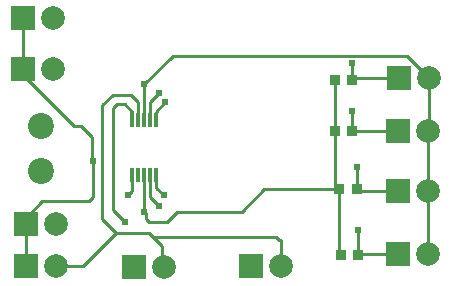
<source format=gtl>
G04 Layer: TopLayer*
G04 EasyEDA v6.5.44, 2024-09-10 11:05:08*
G04 ef8795b4f3bf4754bb9c33a9cda3aba6,10*
G04 Gerber Generator version 0.2*
G04 Scale: 100 percent, Rotated: No, Reflected: No *
G04 Dimensions in millimeters *
G04 leading zeros omitted , absolute positions ,4 integer and 5 decimal *
%FSLAX45Y45*%
%MOMM*%

%AMMACRO1*21,1,$1,$2,0,0,$3*%
%ADD10C,0.2540*%
%ADD11MACRO1,0.864X0.8065X-90.0000*%
%ADD12R,0.3000X1.3000*%
%ADD13C,2.2000*%
%ADD14R,2.0000X2.0000*%
%ADD15C,2.0000*%
%ADD16C,0.6200*%

%LPD*%
D10*
X901700Y9385300D02*
G01*
X901700Y9334500D01*
X1333500Y8902700D01*
X1397000Y8902700D01*
X1485900Y8813800D01*
X1485900Y8623300D01*
X1498600Y8610600D01*
X901700Y9817100D02*
G01*
X901700Y9385300D01*
X3582263Y8369300D02*
G01*
X2946400Y8369300D01*
X2755900Y8178800D01*
X2209800Y8178800D01*
X2120900Y8089900D01*
X1968500Y8089900D01*
X1943100Y8115300D01*
X1943100Y8166087D01*
X1930387Y8178800D01*
X3544163Y8864600D02*
G01*
X3544163Y9296400D01*
X3582263Y8369300D02*
G01*
X3544163Y8407400D01*
X3544163Y8864600D01*
X3594963Y7810500D02*
G01*
X3582263Y7823200D01*
X3582263Y8369300D01*
X1181100Y7721600D02*
G01*
X1409700Y7721600D01*
X1689100Y8001000D01*
X1498600Y8610600D02*
G01*
X1498600Y8305800D01*
X1460500Y8267700D01*
X1066800Y8267700D01*
X927100Y8128000D01*
X927100Y8077200D01*
X927100Y8077200D02*
G01*
X927100Y7721600D01*
X1830387Y8959900D02*
G01*
X1830387Y9028112D01*
X1765300Y9093200D01*
X1701800Y9093200D01*
X1663700Y9055100D01*
X1663700Y8191500D01*
X1765300Y8089900D01*
X3086100Y7721600D02*
G01*
X3086100Y7937500D01*
X3073400Y7937500D01*
X3048000Y7962900D01*
X2012950Y7962900D01*
X1880400Y8959900D02*
G01*
X1880400Y9105099D01*
X1816100Y9169400D01*
X1663700Y9169400D01*
X1574800Y9080500D01*
X1574800Y8115300D01*
X1689100Y8001000D01*
X1968500Y8001000D01*
X2082800Y7886700D01*
X2082800Y7721600D01*
X2095500Y7708900D01*
X1930400Y9258300D02*
G01*
X2171700Y9499600D01*
X4152900Y9499600D01*
X4343400Y9309100D01*
X4330700Y8356600D02*
G01*
X4330700Y7823200D01*
X4330700Y8864600D02*
G01*
X4330700Y8356600D01*
X4343400Y9309100D02*
G01*
X4343400Y8877300D01*
X4330700Y8864600D01*
X3745636Y7810500D02*
G01*
X3745636Y8026400D01*
X3732936Y8369300D02*
G01*
X3732936Y8559800D01*
X3745636Y7810500D02*
G01*
X3758336Y7823200D01*
X4076700Y7823200D01*
X3732936Y8369300D02*
G01*
X3745636Y8356600D01*
X4076700Y8356600D01*
X3694836Y8864600D02*
G01*
X3694836Y9029700D01*
X3694836Y9296400D02*
G01*
X3694836Y9436100D01*
X3694836Y8864600D02*
G01*
X4076700Y8864600D01*
X1930412Y8959900D02*
G01*
X1930412Y9258300D01*
X1980399Y8959900D02*
G01*
X1980399Y9105099D01*
X2057400Y9182100D01*
X2030387Y8959900D02*
G01*
X2030387Y9028087D01*
X2108200Y9105900D01*
X1930387Y8489899D02*
G01*
X1930387Y8178800D01*
X1980438Y8489950D02*
G01*
X1981200Y8305800D01*
X2057400Y8229600D01*
X1830412Y8489899D02*
G01*
X1830412Y8358212D01*
X1790700Y8318500D01*
X2030412Y8489899D02*
G01*
X2030412Y8383587D01*
X2095500Y8318500D01*
X3694836Y9296400D02*
G01*
X3707536Y9309100D01*
X4089400Y9309100D01*
D11*
G01*
X3544175Y8864600D03*
G01*
X3694824Y8864600D03*
G01*
X3582275Y8369300D03*
G01*
X3732924Y8369300D03*
G01*
X3594975Y7810500D03*
G01*
X3745624Y7810500D03*
G01*
X3544175Y9296400D03*
G01*
X3694824Y9296400D03*
D12*
G01*
X1830412Y8489899D03*
G01*
X1880400Y8489899D03*
G01*
X1930387Y8489899D03*
G01*
X1980399Y8489899D03*
G01*
X2030412Y8489899D03*
G01*
X2030387Y8959900D03*
G01*
X1980399Y8959900D03*
G01*
X1930412Y8959900D03*
G01*
X1880400Y8959900D03*
G01*
X1830387Y8959900D03*
D13*
G01*
X1054100Y8521700D03*
G01*
X1054100Y8902700D03*
D14*
G01*
X4076700Y8356600D03*
D15*
G01*
X4330700Y8356600D03*
D14*
G01*
X4076700Y7823200D03*
D15*
G01*
X4330700Y7823200D03*
D14*
G01*
X4076700Y8864600D03*
D15*
G01*
X4330700Y8864600D03*
D14*
G01*
X4089400Y9309100D03*
D15*
G01*
X4343400Y9309100D03*
D14*
G01*
X1841500Y7708900D03*
D15*
G01*
X2095500Y7708900D03*
D14*
G01*
X901700Y9385300D03*
D15*
G01*
X1155700Y9385300D03*
D14*
G01*
X901700Y9817100D03*
D15*
G01*
X1155700Y9817100D03*
D14*
G01*
X927100Y7721600D03*
D15*
G01*
X1181100Y7721600D03*
D14*
G01*
X927100Y8077200D03*
D15*
G01*
X1181100Y8077200D03*
D14*
G01*
X2832100Y7721600D03*
D15*
G01*
X3086100Y7721600D03*
D16*
G01*
X2095500Y8318500D03*
G01*
X1790700Y8318500D03*
G01*
X2057400Y8229600D03*
G01*
X1930387Y8178800D03*
G01*
X2108200Y9105900D03*
G01*
X2057400Y9182100D03*
G01*
X1930412Y9258300D03*
G01*
X3694836Y9436100D03*
G01*
X3694836Y9029700D03*
G01*
X3732936Y8559800D03*
G01*
X3745636Y8026400D03*
G01*
X1765300Y8089900D03*
G01*
X1498600Y8610600D03*
M02*

</source>
